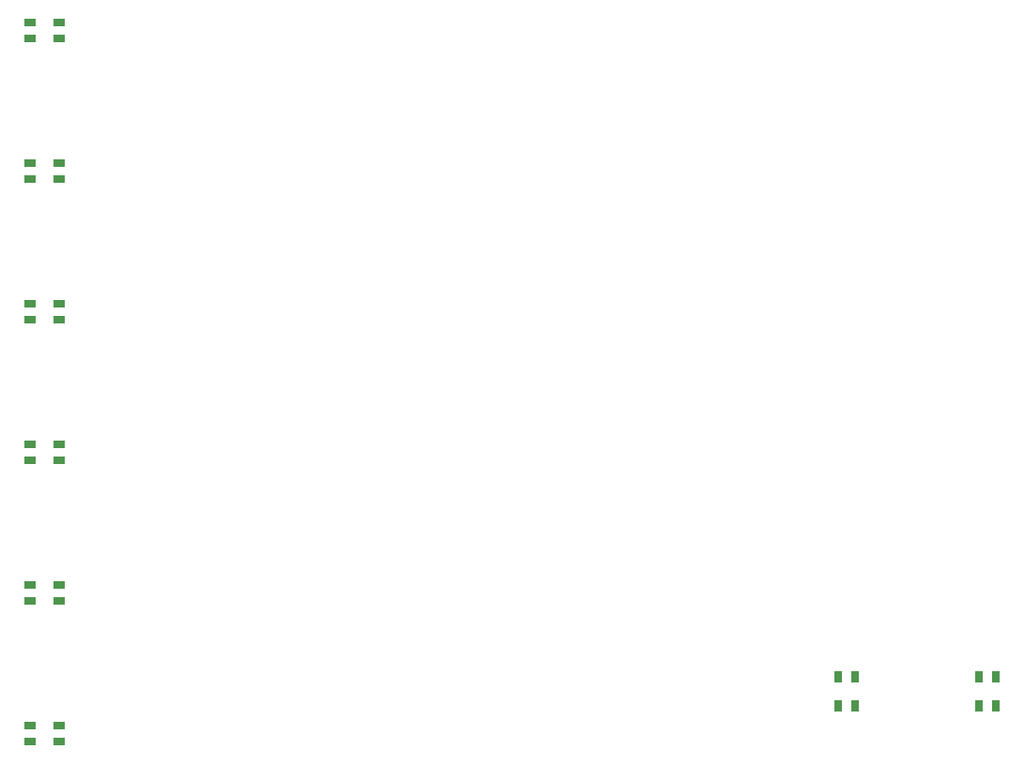
<source format=gtp>
G75*
G70*
%OFA0B0*%
%FSLAX24Y24*%
%IPPOS*%
%LPD*%
%AMOC8*
5,1,8,0,0,1.08239X$1,22.5*
%
%ADD10R,0.0394X0.0276*%
%ADD11R,0.0276X0.0394*%
D10*
X003639Y002386D03*
X003639Y002977D03*
X004663Y002977D03*
X004663Y002386D03*
X004663Y007386D03*
X004663Y007977D03*
X003639Y007977D03*
X003639Y007386D03*
X003639Y012386D03*
X003639Y012977D03*
X004663Y012977D03*
X004663Y012386D03*
X004663Y017386D03*
X004663Y017977D03*
X003639Y017977D03*
X003639Y017386D03*
X003639Y022386D03*
X003639Y022977D03*
X004663Y022977D03*
X004663Y022386D03*
X004663Y027386D03*
X004663Y027977D03*
X003639Y027977D03*
X003639Y027386D03*
D11*
X032356Y004693D03*
X032946Y004693D03*
X032946Y003670D03*
X032356Y003670D03*
X037356Y003670D03*
X037946Y003670D03*
X037946Y004693D03*
X037356Y004693D03*
M02*

</source>
